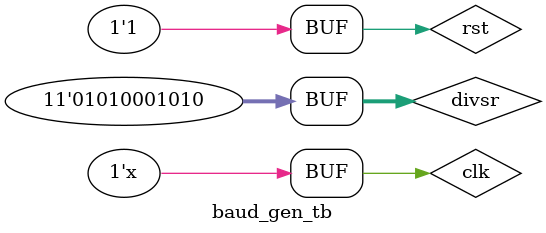
<source format=v>
module baud_gen_tb;
  reg clk;
  reg rst;
  reg [10:0]divsr;
  wire tick;
  baud_gen gen(clk,rst,divsr,tick);
  initial
  begin
    clk=0;
    divsr=11'd650;
    rst=0;
    #2
    rst=1;
    end
  always
  begin
    #1
    clk<=~clk;
  end
endmodule

</source>
